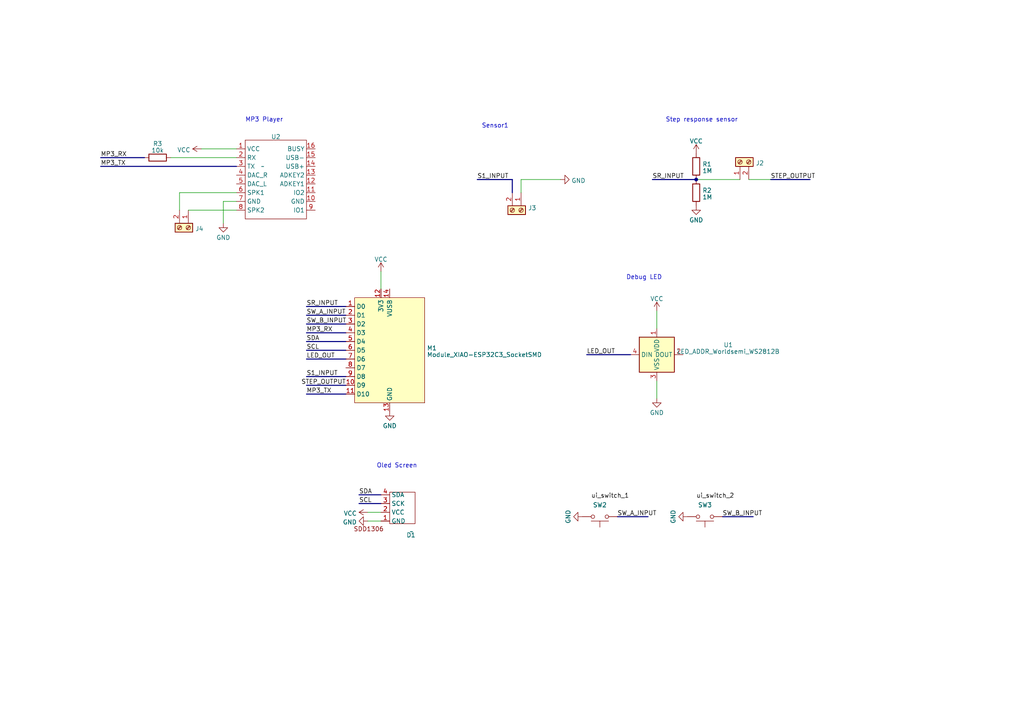
<source format=kicad_sch>
(kicad_sch (version 20230121) (generator eeschema)
  (paper "A4")
  (lib_symbols
    (symbol "Device:R" (pin_numbers hide) (pin_names (offset 0))
      (property "Reference" "R" (at 2.032 0 90))
      (property "Value" "R" (at 0 0 90))
      (symbol "R_0_1"
        (rectangle (start -1.016 -2.54) (end 1.016 2.54) (stroke (width 0.254)))
      )
      (symbol "R_1_1"
        (pin passive line (at 0 3.81 270) (length 1.27) (name "~") (number "1"))
        (pin passive line (at 0 -3.81 90) (length 1.27) (name "~") (number "2"))
      )
    )
    (symbol "fab:LED_ADDR_Worldsemi_WS2812B"
      (property "Reference" "U" (at -5.08 5.715 0))
      (property "Value" "LED_ADDR_Worldsemi_WS2812B" (at 0.635 5.715 0))
      (symbol "LED_ADDR_Worldsemi_WS2812B_0_1"
        (rectangle (start -5.08 5.08) (end 5.08 -5.08) (stroke (width 0.254)) (fill (type background)))
      )
      (symbol "LED_ADDR_Worldsemi_WS2812B_1_1"
        (pin power_in line (at 0 7.62 270) (length 2.54) (name "VDD") (number "1"))
        (pin output line (at 7.62 0 180) (length 2.54) (name "DOUT") (number "2"))
        (pin power_in line (at 0 -7.62 90) (length 2.54) (name "VSS") (number "3"))
        (pin input line (at -7.62 0 0) (length 2.54) (name "DIN") (number "4"))
      )
    )
    (symbol "fab:Screw_Terminal_01x02_P3.5mm" (pin_names (offset 1.016) hide)
      (property "Reference" "J" (at 0 3.81 0))
      (property "Value" "Screw_Terminal_01x02_P3.5mm" (at 0 -3.81 0))
      (symbol "Screw_Terminal_01x02_P3.5mm_1_1"
        (rectangle (start -1.27 2.54) (end 1.27 -2.54) (stroke (width 0.254)) (fill (type background)))
        (circle (center 0 -1.27) (radius 0.635) (stroke (width 0.1524)))
        (polyline (pts (xy -0.5334 -0.9398) (xy 0.3302 -1.778)) (stroke (width 0.1524)))
        (polyline (pts (xy -0.5334 1.6002) (xy 0.3302 0.762)) (stroke (width 0.1524)))
        (polyline (pts (xy -0.3556 -0.762) (xy 0.508 -1.6002)) (stroke (width 0.1524)))
        (polyline (pts (xy -0.3556 1.778) (xy 0.508 0.9398)) (stroke (width 0.1524)))
        (circle (center 0 1.27) (radius 0.635) (stroke (width 0.1524)))
        (pin passive line (at -5.08 1.27 0) (length 3.81) (name "Pin_1") (number "1"))
        (pin passive line (at -5.08 -1.27 0) (length 3.81) (name "Pin_2") (number "2"))
      )
    )
    (symbol "kicad_mes_composants:AzDelivery_Oled_128x64"
      (property "Reference" "D" (at -5.842 -7.112 0))
      (symbol "AzDelivery_Oled_128x64_1_1"
        (rectangle (start -9.906 3.302) (end -2.54 -5.842))
        (text "SDD1306\n" (at 3.556 4.826 0) (effects (font (size 1.27 1.27))))
        (pin input line (at 0 2.54 180) (length 2.54) (name "GND") (number "1"))
        (pin input line (at 0 0 180) (length 2.54) (name "VCC") (number "2"))
        (pin input line (at 0 -2.54 180) (length 2.54) (name "SCK") (number "3"))
        (pin input line (at 0 -5.08 180) (length 2.54) (name "SDA") (number "4"))
      )
    )
    (symbol "kicad_mes_composants:DFPlayer_mini_MP3"
      (property "Reference" "U" (at -2.54 10.16 0))
      (symbol "DFPlayer_mini_MP3_0_1"
        (rectangle (start -5.08 7.62) (end 12.7 -15.24))
      )
      (symbol "DFPlayer_mini_MP3_1_1"
        (pin input line (at -7.62 5.08 0) (length 2.54) (name "VCC") (number "1"))
        (pin input line (at 15.24 -10.16 180) (length 2.54) (name "GND") (number "10"))
        (pin input line (at 15.24 -7.62 180) (length 2.54) (name "IO2") (number "11"))
        (pin input line (at 15.24 -5.08 180) (length 2.54) (name "ADKEY1") (number "12"))
        (pin input line (at 15.24 -2.54 180) (length 2.54) (name "ADKEY2") (number "13"))
        (pin input line (at 15.24 0 180) (length 2.54) (name "USB+") (number "14"))
        (pin input line (at 15.24 2.54 180) (length 2.54) (name "USB-") (number "15"))
        (pin input line (at 15.24 5.08 180) (length 2.54) (name "BUSY") (number "16"))
        (pin input line (at -7.62 2.54 0) (length 2.54) (name "RX") (number "2"))
        (pin input line (at -7.62 0 0) (length 2.54) (name "TX") (number "3"))
        (pin input line (at -7.62 -2.54 0) (length 2.54) (name "DAC_R") (number "4"))
        (pin input line (at -7.62 -5.08 0) (length 2.54) (name "DAC_L") (number "5"))
        (pin input line (at -7.62 -7.62 0) (length 2.54) (name "SPK1") (number "6"))
        (pin input line (at -7.62 -10.16 0) (length 2.54) (name "GND") (number "7"))
        (pin input line (at -7.62 -12.7 0) (length 2.54) (name "SPK2") (number "8"))
        (pin input line (at 15.24 -12.7 180) (length 2.54) (name "IO1") (number "9"))
      )
    )
    (symbol "kicad_mes_composants:Module_XIAO-ESP32C3_SocketSMD"
      (property "Reference" "M" (at 0 0 0))
      (property "Value" "Module_XIAO-ESP32C3_SocketSMD" (at 0 2.54 0))
      (symbol "Module_XIAO-ESP32C3_SocketSMD_0_1"
        (rectangle (start -10.16 15.24) (end 10.16 -15.24) (fill (type background)))
      )
      (symbol "Module_XIAO-ESP32C3_SocketSMD_1_1"
        (pin bidirectional line (at -12.7 12.7 0) (length 2.54) (name "D0") (number "1"))
        (pin bidirectional line (at -12.7 -10.16 0) (length 2.54) (name "D9") (number "10"))
        (pin bidirectional line (at -12.7 -12.7 0) (length 2.54) (name "D10") (number "11"))
        (pin power_in line (at -2.54 17.78 270) (length 2.54) (name "3V3") (number "12"))
        (pin power_in line (at 0 -17.78 90) (length 2.54) (name "GND") (number "13"))
        (pin power_in line (at 0 17.78 270) (length 2.54) (name "VUSB") (number "14"))
        (pin bidirectional line (at -12.7 10.16 0) (length 2.54) (name "D1") (number "2"))
        (pin bidirectional line (at -12.7 7.62 0) (length 2.54) (name "D2") (number "3"))
        (pin bidirectional line (at -12.7 5.08 0) (length 2.54) (name "D3") (number "4"))
        (pin bidirectional line (at -12.7 2.54 0) (length 2.54) (name "D4") (number "5"))
        (pin bidirectional line (at -12.7 0 0) (length 2.54) (name "D5") (number "6"))
        (pin bidirectional line (at -12.7 -2.54 0) (length 2.54) (name "D6") (number "7"))
        (pin bidirectional line (at -12.7 -5.08 0) (length 2.54) (name "D7") (number "8"))
        (pin bidirectional line (at -12.7 -7.62 0) (length 2.54) (name "D8") (number "9"))
      )
    )
    (symbol "kicad_mes_composants:Switch_momentary" (pin_numbers hide) (pin_names (offset 1.016) hide)
      (property "Reference" "SW" (at 1.27 2.54 0))
      (property "Value" "Switch_momentary" (at 0 -1.524 0))
      (symbol "Switch_momentary_0_1"
        (circle (center -2.032 0) (radius 0.508))
        (polyline (pts (xy 0 1.27) (xy 0 3.048)))
        (polyline (pts (xy 2.54 1.27) (xy -2.54 1.27)))
        (circle (center 2.032 0) (radius 0.508))
      )
      (symbol "Switch_momentary_1_1"
        (pin passive line (at -5.08 0 0) (length 2.54) (name "1") (number "1"))
        (pin passive line (at 5.08 0 180) (length 2.54) (name "2") (number "2"))
      )
    )
    (symbol "power:GND" (power) (pin_names (offset 0))
      (property "Value" "GND" (at 0 -3.81 0))
      (symbol "GND_0_1"
        (polyline (pts (xy 0 0) (xy 0 -1.27) (xy 1.27 -1.27) (xy 0 -2.54) (xy -1.27 -1.27) (xy 0 -1.27)))
      )
      (symbol "GND_1_1"
        (pin power_in line (at 0 0 270) (length 0) hide (name "GND") (number "1"))
      )
    )
    (symbol "power:VCC" (power) (pin_names (offset 0))
      (property "Value" "VCC" (at 0 3.81 0))
      (symbol "VCC_0_1"
        (polyline (pts (xy -0.762 1.27) (xy 0 2.54)))
        (polyline (pts (xy 0 0) (xy 0 2.54)))
        (polyline (pts (xy 0 2.54) (xy 0.762 1.27)))
      )
      (symbol "VCC_1_1"
        (pin power_in line (at 0 0 90) (length 0) hide (name "VCC") (number "1"))
      )
    )
  )
  (junction (at 201.93 52.07))
  (bus (pts (xy 88.9 96.52) (xy 100.33 96.52)))
  (wire (pts (xy 190.5 90.17) (xy 190.5 95.25)))
  (bus (pts (xy 88.9 114.3) (xy 100.33 114.3)))
  (wire (pts (xy 58.42 43.18) (xy 68.58 43.18)))
  (bus (pts (xy 88.9 104.14) (xy 100.33 104.14)))
  (wire (pts (xy 151.13 52.07) (xy 162.56 52.07)))
  (bus (pts (xy 209.55 149.86) (xy 218.44 149.86)))
  (bus (pts (xy 104.14 146.05) (xy 110.49 146.05)))
  (bus (pts (xy 179.07 149.86) (xy 187.96 149.86)))
  (bus (pts (xy 100.33 111.76) (xy 88.9 111.76)))
  (wire (pts (xy 201.93 52.07) (xy 214.63 52.07)))
  (wire (pts (xy 106.68 148.59) (xy 110.49 148.59)))
  (wire (pts (xy 217.17 52.07) (xy 223.52 52.07)))
  (bus (pts (xy 29.21 48.26) (xy 68.58 48.26)))
  (bus (pts (xy 88.9 101.6) (xy 100.33 101.6)))
  (wire (pts (xy 64.77 64.77) (xy 64.77 58.42)))
  (bus (pts (xy 170.18 102.87) (xy 182.88 102.87)))
  (wire (pts (xy 110.49 78.74) (xy 110.49 83.82)))
  (bus (pts (xy 148.59 55.88) (xy 148.59 52.07)))
  (bus (pts (xy 189.23 52.07) (xy 201.93 52.07)))
  (bus (pts (xy 148.59 52.07) (xy 138.43 52.07)))
  (wire (pts (xy 68.58 55.88) (xy 52.07 55.88)))
  (bus (pts (xy 88.9 109.22) (xy 100.33 109.22)))
  (wire (pts (xy 64.77 58.42) (xy 68.58 58.42)))
  (bus (pts (xy 88.9 93.98) (xy 100.33 93.98)))
  (wire (pts (xy 190.5 110.49) (xy 190.5 115.57)))
  (wire (pts (xy 52.07 55.88) (xy 52.07 60.96)))
  (wire (pts (xy 49.53 45.72) (xy 68.58 45.72)))
  (wire (pts (xy 151.13 55.88) (xy 151.13 52.07)))
  (bus (pts (xy 88.9 99.06) (xy 100.33 99.06)))
  (wire (pts (xy 68.58 60.96) (xy 54.61 60.96)))
  (wire (pts (xy 106.68 151.13) (xy 110.49 151.13)))
  (bus (pts (xy 88.9 91.44) (xy 100.33 91.44)))
  (bus (pts (xy 104.14 143.51) (xy 110.49 143.51)))
  (bus (pts (xy 29.21 45.72) (xy 41.91 45.72)))
  (bus (pts (xy 88.9 88.9) (xy 100.33 88.9)))
  (bus (pts (xy 223.52 52.07) (xy 234.95 52.07)))
  (text "Oled Screen\n" (at 109.22 135.89 0) (effects (font (size 1.27 1.27)) (justify left bottom)))
  (text "Debug LED\n" (at 181.61 81.28 0) (effects (font (size 1.27 1.27)) (justify left bottom)))
  (text "Sensor1\n\n" (at 139.7 39.37 0) (effects (font (size 1.27 1.27)) (justify left bottom)))
  (text "MP3 Player\n" (at 71.12 35.56 0) (effects (font (size 1.27 1.27)) (justify left bottom)))
  (text "Step response sensor\n" (at 193.04 35.56 0) (effects (font (size 1.27 1.27)) (justify left bottom)))
  (label "STEP_OUTPUT" (at 100.33 111.76 180))
  (label "LED_OUT" (at 88.9 104.14 0))
  (label "ui_switch_1" (at 171.45 144.78 0))
  (label "SCL" (at 88.9 101.6 0))
  (label "SCL" (at 104.14 146.05 0))
  (label "SW_A_INPUT" (at 179.07 149.86 0))
  (label "S1_INPUT" (at 138.43 52.07 0))
  (label "SW_B_INPUT" (at 209.55 149.86 0))
  (label "MP3_TX" (at 88.9 114.3 0))
  (label "SW_A_INPUT" (at 88.9 91.44 0))
  (label "SDA" (at 104.14 143.51 0))
  (label "MP3_RX" (at 88.9 96.52 0))
  (label "STEP_OUTPUT" (at 223.52 52.07 0))
  (label "MP3_TX" (at 29.21 48.26 0))
  (label "SW_B_INPUT" (at 88.9 93.98 0))
  (label "SR_INPUT" (at 88.9 88.9 0))
  (label "MP3_RX" (at 29.21 45.72 0))
  (label "SDA" (at 88.9 99.06 0))
  (label "LED_OUT" (at 170.18 102.87 0))
  (label "SR_INPUT" (at 189.23 52.07 0))
  (label "ui_switch_2" (at 201.93 144.78 0))
  (label "S1_INPUT" (at 88.9 109.22 0))
  (symbol (lib_id "kicad_mes_composants:AzDelivery_Oled_128x64") (at 110.49 148.59 180) (unit 1)
    (property "Reference" "D1" (at 117.856 155.194 0) (effects (justify right)))
    (property "Value" "~" (at 119.38 154.178 0))
    (property "Footprint" "kicad_mes_composants:AZDelivery Oled 128x64" (effects hide))
  )
  (symbol (lib_id "kicad_mes_composants:Switch_momentary") (at 204.47 149.86 180) (unit 1)
    (property "Reference" "SW3" (at 204.47 146.4691 0))
    (property "Value" "Switch_momentary" (effects hide))
    (property "Footprint" "kicad_mes_composants:side_switch_aliexpress" (effects hide))
    (property "Datasheet" "https://www.ckswitches.com/media/2779/pts636.pdf" (effects hide))
  )
  (symbol (lib_id "power:VCC") (at 58.42 43.18 90) (unit 1)
    (property "Reference" "#PWR09" (effects hide))
    (property "Value" "VCC" (at 55.245 43.4968 90) (effects (justify left)))
  )
  (symbol (lib_id "power:GND") (at 168.91 149.86 270) (unit 1)
    (property "Reference" "#PWR07" (effects hide))
    (property "Value" "GND" (at 164.7745 149.86 0))
  )
  (symbol (lib_id "kicad_mes_composants:Switch_momentary") (at 173.99 149.86 180) (unit 1)
    (property "Reference" "SW2" (at 173.99 146.4691 0))
    (property "Value" "Switch_momentary" (effects hide))
    (property "Footprint" "kicad_mes_composants:side_switch_aliexpress" (effects hide))
    (property "Datasheet" "https://www.ckswitches.com/media/2779/pts636.pdf" (effects hide))
  )
  (symbol (lib_id "Device:R") (at 201.93 55.88 0) (unit 1)
    (property "Reference" "R2" (at 203.708 55.2363 0) (effects (justify left)))
    (property "Value" "1M" (at 203.708 57.1573 0) (effects (justify left)))
    (property "Footprint" "Resistor_SMD:R_0603_1608Metric" (effects hide))
  )
  (symbol (lib_id "Device:R") (at 201.93 48.26 0) (unit 1)
    (property "Reference" "R1" (at 203.708 47.6163 0) (effects (justify left)))
    (property "Value" "1M" (at 203.708 49.5373 0) (effects (justify left)))
    (property "Footprint" "Resistor_SMD:R_0603_1608Metric" (effects hide))
  )
  (symbol (lib_id "power:GND") (at 201.93 59.69 0) (unit 1)
    (property "Reference" "#PWR010" (effects hide))
    (property "Value" "GND" (at 201.93 63.8255 0))
  )
  (symbol (lib_id "fab:Screw_Terminal_01x02_P3.5mm") (at 215.9 46.99 90) (unit 1)
    (property "Reference" "J2" (at 219.202 47.3068 90) (effects (justify right)))
    (property "Value" "Screw_Terminal_01x02_P3.5mm" (effects hide))
    (property "Footprint" "TerminalBlock:TerminalBlock_bornier-2_P5.08mm" (effects hide))
    (property "Datasheet" "www.on-shore.com/wp-content/uploads/ED555XDS.pdf" (effects hide))
  )
  (symbol (lib_id "Device:R") (at 45.72 45.72 90) (unit 1)
    (property "Reference" "R3" (at 45.72 41.6941 90))
    (property "Value" "10k" (at 45.72 43.6151 90))
    (property "Footprint" "Resistor_SMD:R_0603_1608Metric" (effects hide))
  )
  (symbol (lib_id "fab:LED_ADDR_Worldsemi_WS2812B") (at 190.5 102.87 0) (unit 1)
    (property "Reference" "U1" (at 211.23 100.0379 0))
    (property "Value" "LED_ADDR_Worldsemi_WS2812B" (at 211.23 101.9589 0))
    (property "Footprint" "fab:LED_ADDR_Worldsemi_WS2812B" (effects hide))
    (property "Datasheet" "http://cdn.sparkfun.com/datasheets/BreakoutBoards/WS2812B.pdf" (effects hide))
  )
  (symbol (lib_id "power:GND") (at 64.77 64.77 0) (unit 1)
    (property "Reference" "#PWR014" (effects hide))
    (property "Value" "GND" (at 64.77 68.9055 0))
  )
  (symbol (lib_id "power:VCC") (at 106.68 148.59 90) (unit 1)
    (property "Reference" "#PWR04" (effects hide))
    (property "Value" "VCC" (at 103.505 148.9068 90) (effects (justify left)))
  )
  (symbol (lib_id "power:VCC") (at 201.93 44.45 0) (unit 1)
    (property "Reference" "#PWR011" (effects hide))
    (property "Value" "VCC" (at 201.93 40.9481 0))
  )
  (symbol (lib_id "power:VCC") (at 110.49 78.74 0) (unit 1)
    (property "Reference" "#PWR03" (effects hide))
    (property "Value" "VCC" (at 110.49 75.2381 0))
  )
  (symbol (lib_id "power:GND") (at 162.56 52.07 90) (unit 1)
    (property "Reference" "#PWR012" (effects hide))
    (property "Value" "GND" (at 165.735 52.3868 90) (effects (justify right)))
  )
  (symbol (lib_id "power:GND") (at 113.03 119.38 0) (unit 1)
    (property "Reference" "#PWR01" (effects hide))
    (property "Value" "GND" (at 113.03 123.5155 0))
  )
  (symbol (lib_id "kicad_mes_composants:DFPlayer_mini_MP3") (at 76.2 48.26 0) (unit 1)
    (property "Reference" "U2" (at 80.01 39.6781 0))
    (property "Value" "~" (at 76.2 48.26 0))
    (property "Footprint" "kicad_mes_composants:DFPlayer_mini_MP3" (effects hide))
  )
  (symbol (lib_id "fab:Screw_Terminal_01x02_P3.5mm") (at 149.86 60.96 270) (unit 1)
    (property "Reference" "J3" (at 153.162 60.3163 90) (effects (justify left)))
    (property "Value" "Screw_Terminal_01x02_P3.5mm" (effects hide))
    (property "Footprint" "TerminalBlock:TerminalBlock_bornier-2_P5.08mm" (effects hide))
    (property "Datasheet" "www.on-shore.com/wp-content/uploads/ED555XDS.pdf" (effects hide))
  )
  (symbol (lib_id "kicad_mes_composants:Module_XIAO-ESP32C3_SocketSMD") (at 113.03 101.6 0) (unit 1)
    (property "Reference" "M1" (at 123.825 100.9563 0) (effects (justify left)))
    (property "Value" "Module_XIAO-ESP32C3_SocketSMD" (at 123.825 102.8773 0) (effects (justify left)))
    (property "Footprint" "kicad_mes_composants:SeedStudio_XIAO_bigger_pads" (effects hide))
    (property "Datasheet" "https://wiki.seeedstudio.com/XIAO_ESP32C3_Getting_Started/" (effects hide))
  )
  (symbol (lib_id "power:VCC") (at 190.5 90.17 0) (unit 1)
    (property "Reference" "#PWR06" (effects hide))
    (property "Value" "VCC" (at 190.5 86.6681 0))
  )
  (symbol (lib_id "power:GND") (at 106.68 151.13 270) (unit 1)
    (property "Reference" "#PWR02" (effects hide))
    (property "Value" "GND" (at 103.5051 151.4468 90) (effects (justify right)))
  )
  (symbol (lib_id "fab:Screw_Terminal_01x02_P3.5mm") (at 53.34 66.04 270) (unit 1)
    (property "Reference" "J4" (at 56.642 66.3568 90) (effects (justify left)))
    (property "Value" "Screw_Terminal_01x02_P3.5mm" (effects hide))
    (property "Footprint" "TerminalBlock:TerminalBlock_bornier-2_P5.08mm" (effects hide))
    (property "Datasheet" "www.on-shore.com/wp-content/uploads/ED555XDS.pdf" (effects hide))
  )
  (symbol (lib_id "power:GND") (at 190.5 115.57 0) (unit 1)
    (property "Reference" "#PWR05" (effects hide))
    (property "Value" "GND" (at 190.5 119.7055 0))
  )
  (symbol (lib_id "power:GND") (at 199.39 149.86 270) (unit 1)
    (property "Reference" "#PWR08" (effects hide))
    (property "Value" "GND" (at 195.2545 149.86 0))
  )
)
</source>
